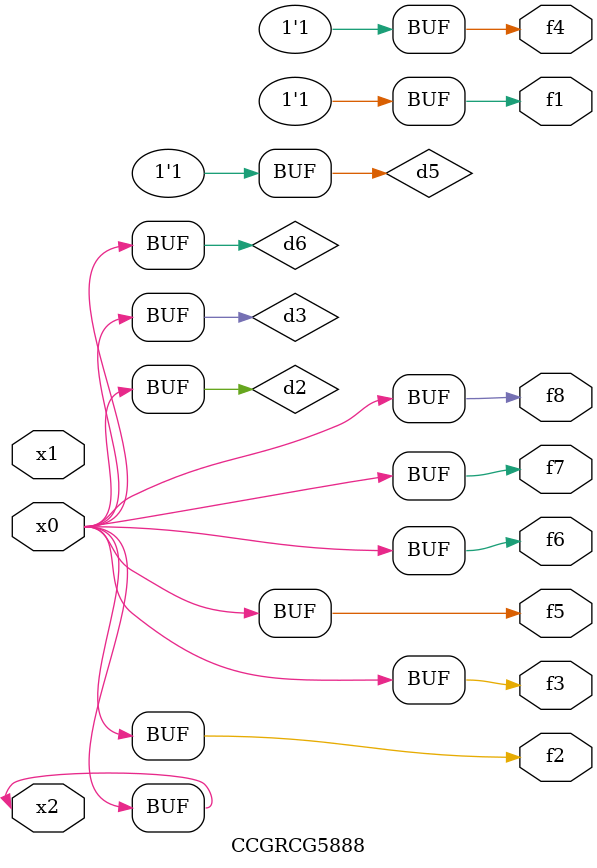
<source format=v>
module CCGRCG5888(
	input x0, x1, x2,
	output f1, f2, f3, f4, f5, f6, f7, f8
);

	wire d1, d2, d3, d4, d5, d6;

	xnor (d1, x2);
	buf (d2, x0, x2);
	and (d3, x0);
	xnor (d4, x1, x2);
	nand (d5, d1, d3);
	buf (d6, d2, d3);
	assign f1 = d5;
	assign f2 = d6;
	assign f3 = d6;
	assign f4 = d5;
	assign f5 = d6;
	assign f6 = d6;
	assign f7 = d6;
	assign f8 = d6;
endmodule

</source>
